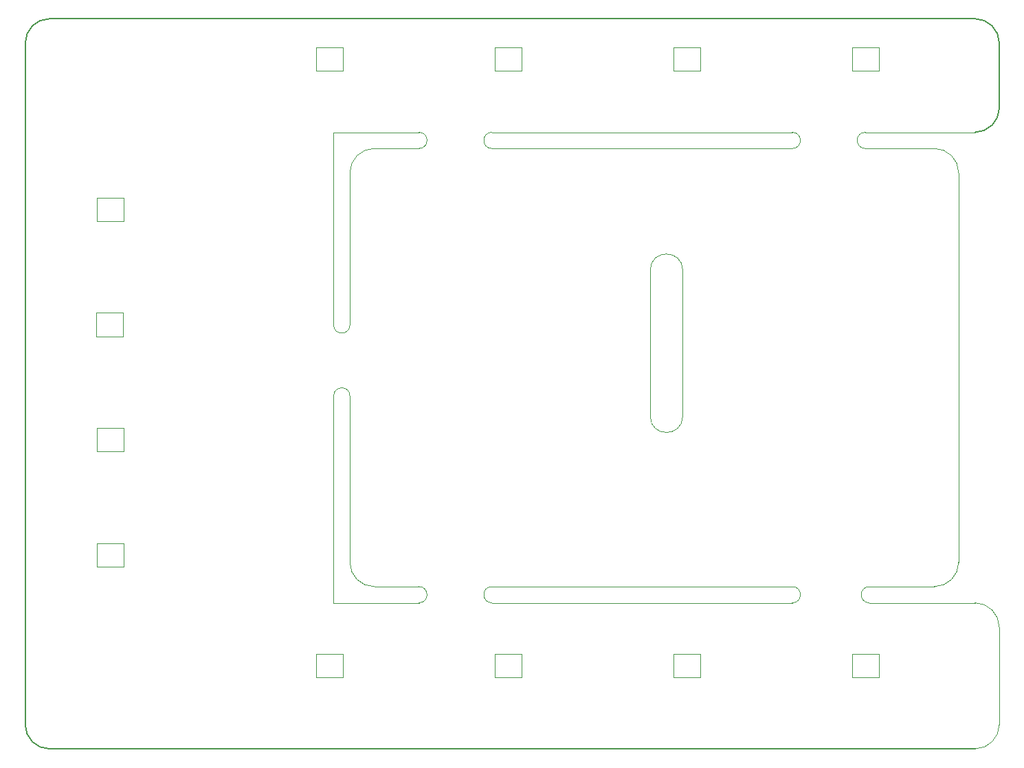
<source format=gbr>
%TF.GenerationSoftware,KiCad,Pcbnew,9.0.2-9.0.2-0~ubuntu24.04.1*%
%TF.CreationDate,2025-06-13T08:12:44-04:00*%
%TF.ProjectId,minstro_combined_board,6d696e73-7472-46f5-9f63-6f6d62696e65,rev?*%
%TF.SameCoordinates,Original*%
%TF.FileFunction,Profile,NP*%
%FSLAX46Y46*%
G04 Gerber Fmt 4.6, Leading zero omitted, Abs format (unit mm)*
G04 Created by KiCad (PCBNEW 9.0.2-9.0.2-0~ubuntu24.04.1) date 2025-06-13 08:12:44*
%MOMM*%
%LPD*%
G01*
G04 APERTURE LIST*
%TA.AperFunction,Profile*%
%ADD10C,0.050000*%
%TD*%
%TA.AperFunction,Profile*%
%ADD11C,0.200000*%
%TD*%
%TA.AperFunction,Profile*%
%ADD12C,0.120000*%
%TD*%
G04 APERTURE END LIST*
D10*
X169500000Y-66000000D02*
X132500000Y-66000000D01*
X195000000Y-125000000D02*
X195000000Y-137000000D01*
X169500000Y-64000000D02*
X132500000Y-64000000D01*
X115000000Y-96500000D02*
X115000000Y-117000000D01*
X113000000Y-64000000D02*
X123500000Y-64000000D01*
X195000000Y-137000000D02*
G75*
G02*
X192000000Y-140000000I-3000000J0D01*
G01*
X169500000Y-64000000D02*
G75*
G02*
X169500000Y-66000000I0J-1000000D01*
G01*
X187000000Y-66000000D02*
G75*
G02*
X190000000Y-69000000I0J-3000000D01*
G01*
D11*
X78000000Y-50000000D02*
X192000000Y-50000000D01*
D10*
X179000000Y-122000000D02*
X192000000Y-122000000D01*
X118000000Y-120000000D02*
X123500000Y-120000000D01*
X123500000Y-122000000D02*
X113000000Y-122000000D01*
X132500000Y-122000000D02*
G75*
G02*
X132500000Y-120000000I0J1000000D01*
G01*
X113000000Y-64000000D02*
X113000000Y-87750000D01*
X187000000Y-66000000D02*
X178500000Y-66000000D01*
X192000000Y-122000000D02*
G75*
G02*
X195000000Y-125000000I0J-3000000D01*
G01*
X113000000Y-96500000D02*
G75*
G02*
X115000000Y-96500000I1000000J0D01*
G01*
D11*
X192000000Y-50000000D02*
G75*
G02*
X195000000Y-53000000I0J-3000000D01*
G01*
D10*
X123500000Y-64000000D02*
G75*
G02*
X123500000Y-66000000I0J-1000000D01*
G01*
D11*
X195000000Y-53000000D02*
X195000000Y-61000000D01*
D10*
X118000000Y-120000000D02*
G75*
G02*
X115000000Y-117000000I0J3000000D01*
G01*
X132500000Y-66000000D02*
G75*
G02*
X132500000Y-64000000I0J1000000D01*
G01*
D11*
X78000000Y-140000000D02*
G75*
G02*
X75000000Y-137000000I0J3000000D01*
G01*
D10*
X132500000Y-120000000D02*
X169500000Y-120000000D01*
X156000000Y-81000000D02*
X156000000Y-99000000D01*
X192000000Y-64000000D02*
X178500000Y-64000000D01*
X179000000Y-122000000D02*
G75*
G02*
X179000000Y-120000000I0J1000000D01*
G01*
D11*
X195000000Y-61000000D02*
G75*
G02*
X192000000Y-64000000I-3000000J0D01*
G01*
D10*
X113000000Y-122000000D02*
X113000000Y-96500000D01*
X115000000Y-69000000D02*
G75*
G02*
X118000000Y-66000000I3000000J0D01*
G01*
X169500000Y-122000000D02*
X132500000Y-122000000D01*
X156000000Y-99000000D02*
G75*
G02*
X152000000Y-99000000I-2000000J0D01*
G01*
X178500000Y-66000000D02*
G75*
G02*
X178500000Y-64000000I0J1000000D01*
G01*
X169500000Y-120000000D02*
G75*
G02*
X169500000Y-122000000I0J-1000000D01*
G01*
X123500000Y-66000000D02*
X118000000Y-66000000D01*
D11*
X75000000Y-53000000D02*
G75*
G02*
X78000000Y-50000000I3000000J0D01*
G01*
D10*
X152000000Y-81000000D02*
G75*
G02*
X156000000Y-81000000I2000000J0D01*
G01*
X190000000Y-117000000D02*
G75*
G02*
X187000000Y-120000000I-3000000J0D01*
G01*
X152000000Y-99000000D02*
X152000000Y-81000000D01*
D11*
X192000000Y-140000000D02*
X78000000Y-140000000D01*
D10*
X187000000Y-120000000D02*
X179000000Y-120000000D01*
X190000000Y-117000000D02*
X190000000Y-69000000D01*
D11*
X75000000Y-137000000D02*
X75000000Y-53000000D01*
D10*
X123500000Y-120000000D02*
G75*
G02*
X123500000Y-122000000I0J-1000000D01*
G01*
X115000000Y-87750000D02*
G75*
G02*
X113000000Y-87750000I-1000000J0D01*
G01*
X115000000Y-87750000D02*
X115000000Y-69000000D01*
%TO.C,S902*%
D12*
X136150000Y-53550000D02*
X132850000Y-53550000D01*
X132850000Y-56450000D01*
X136150000Y-56450000D01*
X136150000Y-53550000D01*
%TO.C,S903*%
X158150000Y-53550000D02*
X154850000Y-53550000D01*
X154850000Y-56450000D01*
X158150000Y-56450000D01*
X158150000Y-53550000D01*
%TO.C,S910*%
X136150000Y-128300000D02*
X132850000Y-128300000D01*
X132850000Y-131200000D01*
X136150000Y-131200000D01*
X136150000Y-128300000D01*
%TO.C,S907*%
X87150000Y-100450000D02*
X83850000Y-100450000D01*
X83850000Y-103350000D01*
X87150000Y-103350000D01*
X87150000Y-100450000D01*
%TO.C,S911*%
X158150000Y-128300000D02*
X154850000Y-128300000D01*
X154850000Y-131200000D01*
X158150000Y-131200000D01*
X158150000Y-128300000D01*
%TO.C,S909*%
X114150000Y-128300000D02*
X110850000Y-128300000D01*
X110850000Y-131200000D01*
X114150000Y-131200000D01*
X114150000Y-128300000D01*
%TO.C,S901*%
X114150000Y-53550000D02*
X110850000Y-53550000D01*
X110850000Y-56450000D01*
X114150000Y-56450000D01*
X114150000Y-53550000D01*
%TO.C,S912*%
X180150000Y-128300000D02*
X176850000Y-128300000D01*
X176850000Y-131200000D01*
X180150000Y-131200000D01*
X180150000Y-128300000D01*
%TO.C,S908*%
X87150000Y-114650000D02*
X83850000Y-114650000D01*
X83850000Y-117550000D01*
X87150000Y-117550000D01*
X87150000Y-114650000D01*
%TO.C,S905*%
X87150000Y-72050000D02*
X83850000Y-72050000D01*
X83850000Y-74950000D01*
X87150000Y-74950000D01*
X87150000Y-72050000D01*
%TO.C,S906*%
X87050000Y-86250000D02*
X83750000Y-86250000D01*
X83750000Y-89150000D01*
X87050000Y-89150000D01*
X87050000Y-86250000D01*
%TO.C,S904*%
X180150000Y-53550000D02*
X176850000Y-53550000D01*
X176850000Y-56450000D01*
X180150000Y-56450000D01*
X180150000Y-53550000D01*
%TD*%
M02*

</source>
